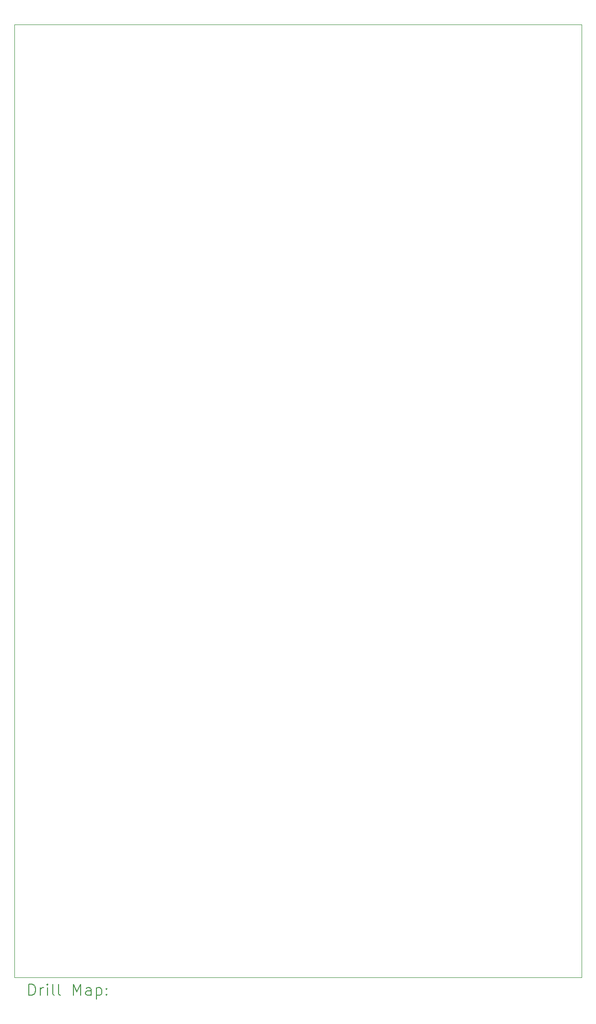
<source format=gbr>
%TF.GenerationSoftware,KiCad,Pcbnew,8.0.4-rc2*%
%TF.CreationDate,2024-08-04T20:40:50-05:00*%
%TF.ProjectId,backplane_tracer_driver,6261636b-706c-4616-9e65-5f7472616365,rev?*%
%TF.SameCoordinates,Original*%
%TF.FileFunction,Drillmap*%
%TF.FilePolarity,Positive*%
%FSLAX45Y45*%
G04 Gerber Fmt 4.5, Leading zero omitted, Abs format (unit mm)*
G04 Created by KiCad (PCBNEW 8.0.4-rc2) date 2024-08-04 20:40:50*
%MOMM*%
%LPD*%
G01*
G04 APERTURE LIST*
%ADD10C,0.050000*%
%ADD11C,0.200000*%
G04 APERTURE END LIST*
D10*
X1651000Y2032000D02*
X11658600Y2032000D01*
X11658600Y-14757400D01*
X1651000Y-14757400D01*
X1651000Y2032000D01*
D11*
X1909277Y-15071384D02*
X1909277Y-14871384D01*
X1909277Y-14871384D02*
X1956896Y-14871384D01*
X1956896Y-14871384D02*
X1985467Y-14880908D01*
X1985467Y-14880908D02*
X2004515Y-14899955D01*
X2004515Y-14899955D02*
X2014039Y-14919003D01*
X2014039Y-14919003D02*
X2023562Y-14957098D01*
X2023562Y-14957098D02*
X2023562Y-14985669D01*
X2023562Y-14985669D02*
X2014039Y-15023765D01*
X2014039Y-15023765D02*
X2004515Y-15042812D01*
X2004515Y-15042812D02*
X1985467Y-15061860D01*
X1985467Y-15061860D02*
X1956896Y-15071384D01*
X1956896Y-15071384D02*
X1909277Y-15071384D01*
X2109277Y-15071384D02*
X2109277Y-14938050D01*
X2109277Y-14976146D02*
X2118801Y-14957098D01*
X2118801Y-14957098D02*
X2128324Y-14947574D01*
X2128324Y-14947574D02*
X2147372Y-14938050D01*
X2147372Y-14938050D02*
X2166420Y-14938050D01*
X2233086Y-15071384D02*
X2233086Y-14938050D01*
X2233086Y-14871384D02*
X2223563Y-14880908D01*
X2223563Y-14880908D02*
X2233086Y-14890431D01*
X2233086Y-14890431D02*
X2242610Y-14880908D01*
X2242610Y-14880908D02*
X2233086Y-14871384D01*
X2233086Y-14871384D02*
X2233086Y-14890431D01*
X2356896Y-15071384D02*
X2337848Y-15061860D01*
X2337848Y-15061860D02*
X2328324Y-15042812D01*
X2328324Y-15042812D02*
X2328324Y-14871384D01*
X2461658Y-15071384D02*
X2442610Y-15061860D01*
X2442610Y-15061860D02*
X2433086Y-15042812D01*
X2433086Y-15042812D02*
X2433086Y-14871384D01*
X2690229Y-15071384D02*
X2690229Y-14871384D01*
X2690229Y-14871384D02*
X2756896Y-15014241D01*
X2756896Y-15014241D02*
X2823562Y-14871384D01*
X2823562Y-14871384D02*
X2823562Y-15071384D01*
X3004515Y-15071384D02*
X3004515Y-14966622D01*
X3004515Y-14966622D02*
X2994991Y-14947574D01*
X2994991Y-14947574D02*
X2975943Y-14938050D01*
X2975943Y-14938050D02*
X2937848Y-14938050D01*
X2937848Y-14938050D02*
X2918801Y-14947574D01*
X3004515Y-15061860D02*
X2985467Y-15071384D01*
X2985467Y-15071384D02*
X2937848Y-15071384D01*
X2937848Y-15071384D02*
X2918801Y-15061860D01*
X2918801Y-15061860D02*
X2909277Y-15042812D01*
X2909277Y-15042812D02*
X2909277Y-15023765D01*
X2909277Y-15023765D02*
X2918801Y-15004717D01*
X2918801Y-15004717D02*
X2937848Y-14995193D01*
X2937848Y-14995193D02*
X2985467Y-14995193D01*
X2985467Y-14995193D02*
X3004515Y-14985669D01*
X3099753Y-14938050D02*
X3099753Y-15138050D01*
X3099753Y-14947574D02*
X3118801Y-14938050D01*
X3118801Y-14938050D02*
X3156896Y-14938050D01*
X3156896Y-14938050D02*
X3175943Y-14947574D01*
X3175943Y-14947574D02*
X3185467Y-14957098D01*
X3185467Y-14957098D02*
X3194991Y-14976146D01*
X3194991Y-14976146D02*
X3194991Y-15033288D01*
X3194991Y-15033288D02*
X3185467Y-15052336D01*
X3185467Y-15052336D02*
X3175943Y-15061860D01*
X3175943Y-15061860D02*
X3156896Y-15071384D01*
X3156896Y-15071384D02*
X3118801Y-15071384D01*
X3118801Y-15071384D02*
X3099753Y-15061860D01*
X3280705Y-15052336D02*
X3290229Y-15061860D01*
X3290229Y-15061860D02*
X3280705Y-15071384D01*
X3280705Y-15071384D02*
X3271182Y-15061860D01*
X3271182Y-15061860D02*
X3280705Y-15052336D01*
X3280705Y-15052336D02*
X3280705Y-15071384D01*
X3280705Y-14947574D02*
X3290229Y-14957098D01*
X3290229Y-14957098D02*
X3280705Y-14966622D01*
X3280705Y-14966622D02*
X3271182Y-14957098D01*
X3271182Y-14957098D02*
X3280705Y-14947574D01*
X3280705Y-14947574D02*
X3280705Y-14966622D01*
M02*

</source>
